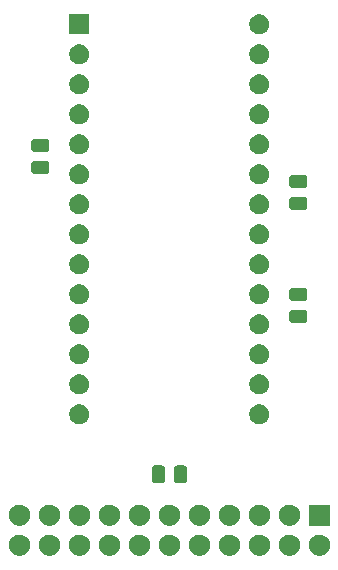
<source format=gbr>
G04 #@! TF.GenerationSoftware,KiCad,Pcbnew,(5.1.5-0-10_14)*
G04 #@! TF.CreationDate,2020-05-05T19:23:22-07:00*
G04 #@! TF.ProjectId,N64 Mask ROM Breakout,4e363420-4d61-4736-9b20-524f4d204272,rev?*
G04 #@! TF.SameCoordinates,Original*
G04 #@! TF.FileFunction,Soldermask,Top*
G04 #@! TF.FilePolarity,Negative*
%FSLAX46Y46*%
G04 Gerber Fmt 4.6, Leading zero omitted, Abs format (unit mm)*
G04 Created by KiCad (PCBNEW (5.1.5-0-10_14)) date 2020-05-05 19:23:22*
%MOMM*%
%LPD*%
G04 APERTURE LIST*
%ADD10C,0.100000*%
G04 APERTURE END LIST*
D10*
G36*
X165213512Y-121943927D02*
G01*
X165362812Y-121973624D01*
X165526784Y-122041544D01*
X165674354Y-122140147D01*
X165799853Y-122265646D01*
X165898456Y-122413216D01*
X165966376Y-122577188D01*
X166001000Y-122751259D01*
X166001000Y-122928741D01*
X165966376Y-123102812D01*
X165898456Y-123266784D01*
X165799853Y-123414354D01*
X165674354Y-123539853D01*
X165526784Y-123638456D01*
X165362812Y-123706376D01*
X165213512Y-123736073D01*
X165188742Y-123741000D01*
X165011258Y-123741000D01*
X164986488Y-123736073D01*
X164837188Y-123706376D01*
X164673216Y-123638456D01*
X164525646Y-123539853D01*
X164400147Y-123414354D01*
X164301544Y-123266784D01*
X164233624Y-123102812D01*
X164199000Y-122928741D01*
X164199000Y-122751259D01*
X164233624Y-122577188D01*
X164301544Y-122413216D01*
X164400147Y-122265646D01*
X164525646Y-122140147D01*
X164673216Y-122041544D01*
X164837188Y-121973624D01*
X164986488Y-121943927D01*
X165011258Y-121939000D01*
X165188742Y-121939000D01*
X165213512Y-121943927D01*
G37*
G36*
X162673512Y-121943927D02*
G01*
X162822812Y-121973624D01*
X162986784Y-122041544D01*
X163134354Y-122140147D01*
X163259853Y-122265646D01*
X163358456Y-122413216D01*
X163426376Y-122577188D01*
X163461000Y-122751259D01*
X163461000Y-122928741D01*
X163426376Y-123102812D01*
X163358456Y-123266784D01*
X163259853Y-123414354D01*
X163134354Y-123539853D01*
X162986784Y-123638456D01*
X162822812Y-123706376D01*
X162673512Y-123736073D01*
X162648742Y-123741000D01*
X162471258Y-123741000D01*
X162446488Y-123736073D01*
X162297188Y-123706376D01*
X162133216Y-123638456D01*
X161985646Y-123539853D01*
X161860147Y-123414354D01*
X161761544Y-123266784D01*
X161693624Y-123102812D01*
X161659000Y-122928741D01*
X161659000Y-122751259D01*
X161693624Y-122577188D01*
X161761544Y-122413216D01*
X161860147Y-122265646D01*
X161985646Y-122140147D01*
X162133216Y-122041544D01*
X162297188Y-121973624D01*
X162446488Y-121943927D01*
X162471258Y-121939000D01*
X162648742Y-121939000D01*
X162673512Y-121943927D01*
G37*
G36*
X160133512Y-121943927D02*
G01*
X160282812Y-121973624D01*
X160446784Y-122041544D01*
X160594354Y-122140147D01*
X160719853Y-122265646D01*
X160818456Y-122413216D01*
X160886376Y-122577188D01*
X160921000Y-122751259D01*
X160921000Y-122928741D01*
X160886376Y-123102812D01*
X160818456Y-123266784D01*
X160719853Y-123414354D01*
X160594354Y-123539853D01*
X160446784Y-123638456D01*
X160282812Y-123706376D01*
X160133512Y-123736073D01*
X160108742Y-123741000D01*
X159931258Y-123741000D01*
X159906488Y-123736073D01*
X159757188Y-123706376D01*
X159593216Y-123638456D01*
X159445646Y-123539853D01*
X159320147Y-123414354D01*
X159221544Y-123266784D01*
X159153624Y-123102812D01*
X159119000Y-122928741D01*
X159119000Y-122751259D01*
X159153624Y-122577188D01*
X159221544Y-122413216D01*
X159320147Y-122265646D01*
X159445646Y-122140147D01*
X159593216Y-122041544D01*
X159757188Y-121973624D01*
X159906488Y-121943927D01*
X159931258Y-121939000D01*
X160108742Y-121939000D01*
X160133512Y-121943927D01*
G37*
G36*
X157593512Y-121943927D02*
G01*
X157742812Y-121973624D01*
X157906784Y-122041544D01*
X158054354Y-122140147D01*
X158179853Y-122265646D01*
X158278456Y-122413216D01*
X158346376Y-122577188D01*
X158381000Y-122751259D01*
X158381000Y-122928741D01*
X158346376Y-123102812D01*
X158278456Y-123266784D01*
X158179853Y-123414354D01*
X158054354Y-123539853D01*
X157906784Y-123638456D01*
X157742812Y-123706376D01*
X157593512Y-123736073D01*
X157568742Y-123741000D01*
X157391258Y-123741000D01*
X157366488Y-123736073D01*
X157217188Y-123706376D01*
X157053216Y-123638456D01*
X156905646Y-123539853D01*
X156780147Y-123414354D01*
X156681544Y-123266784D01*
X156613624Y-123102812D01*
X156579000Y-122928741D01*
X156579000Y-122751259D01*
X156613624Y-122577188D01*
X156681544Y-122413216D01*
X156780147Y-122265646D01*
X156905646Y-122140147D01*
X157053216Y-122041544D01*
X157217188Y-121973624D01*
X157366488Y-121943927D01*
X157391258Y-121939000D01*
X157568742Y-121939000D01*
X157593512Y-121943927D01*
G37*
G36*
X155053512Y-121943927D02*
G01*
X155202812Y-121973624D01*
X155366784Y-122041544D01*
X155514354Y-122140147D01*
X155639853Y-122265646D01*
X155738456Y-122413216D01*
X155806376Y-122577188D01*
X155841000Y-122751259D01*
X155841000Y-122928741D01*
X155806376Y-123102812D01*
X155738456Y-123266784D01*
X155639853Y-123414354D01*
X155514354Y-123539853D01*
X155366784Y-123638456D01*
X155202812Y-123706376D01*
X155053512Y-123736073D01*
X155028742Y-123741000D01*
X154851258Y-123741000D01*
X154826488Y-123736073D01*
X154677188Y-123706376D01*
X154513216Y-123638456D01*
X154365646Y-123539853D01*
X154240147Y-123414354D01*
X154141544Y-123266784D01*
X154073624Y-123102812D01*
X154039000Y-122928741D01*
X154039000Y-122751259D01*
X154073624Y-122577188D01*
X154141544Y-122413216D01*
X154240147Y-122265646D01*
X154365646Y-122140147D01*
X154513216Y-122041544D01*
X154677188Y-121973624D01*
X154826488Y-121943927D01*
X154851258Y-121939000D01*
X155028742Y-121939000D01*
X155053512Y-121943927D01*
G37*
G36*
X152513512Y-121943927D02*
G01*
X152662812Y-121973624D01*
X152826784Y-122041544D01*
X152974354Y-122140147D01*
X153099853Y-122265646D01*
X153198456Y-122413216D01*
X153266376Y-122577188D01*
X153301000Y-122751259D01*
X153301000Y-122928741D01*
X153266376Y-123102812D01*
X153198456Y-123266784D01*
X153099853Y-123414354D01*
X152974354Y-123539853D01*
X152826784Y-123638456D01*
X152662812Y-123706376D01*
X152513512Y-123736073D01*
X152488742Y-123741000D01*
X152311258Y-123741000D01*
X152286488Y-123736073D01*
X152137188Y-123706376D01*
X151973216Y-123638456D01*
X151825646Y-123539853D01*
X151700147Y-123414354D01*
X151601544Y-123266784D01*
X151533624Y-123102812D01*
X151499000Y-122928741D01*
X151499000Y-122751259D01*
X151533624Y-122577188D01*
X151601544Y-122413216D01*
X151700147Y-122265646D01*
X151825646Y-122140147D01*
X151973216Y-122041544D01*
X152137188Y-121973624D01*
X152286488Y-121943927D01*
X152311258Y-121939000D01*
X152488742Y-121939000D01*
X152513512Y-121943927D01*
G37*
G36*
X149973512Y-121943927D02*
G01*
X150122812Y-121973624D01*
X150286784Y-122041544D01*
X150434354Y-122140147D01*
X150559853Y-122265646D01*
X150658456Y-122413216D01*
X150726376Y-122577188D01*
X150761000Y-122751259D01*
X150761000Y-122928741D01*
X150726376Y-123102812D01*
X150658456Y-123266784D01*
X150559853Y-123414354D01*
X150434354Y-123539853D01*
X150286784Y-123638456D01*
X150122812Y-123706376D01*
X149973512Y-123736073D01*
X149948742Y-123741000D01*
X149771258Y-123741000D01*
X149746488Y-123736073D01*
X149597188Y-123706376D01*
X149433216Y-123638456D01*
X149285646Y-123539853D01*
X149160147Y-123414354D01*
X149061544Y-123266784D01*
X148993624Y-123102812D01*
X148959000Y-122928741D01*
X148959000Y-122751259D01*
X148993624Y-122577188D01*
X149061544Y-122413216D01*
X149160147Y-122265646D01*
X149285646Y-122140147D01*
X149433216Y-122041544D01*
X149597188Y-121973624D01*
X149746488Y-121943927D01*
X149771258Y-121939000D01*
X149948742Y-121939000D01*
X149973512Y-121943927D01*
G37*
G36*
X147433512Y-121943927D02*
G01*
X147582812Y-121973624D01*
X147746784Y-122041544D01*
X147894354Y-122140147D01*
X148019853Y-122265646D01*
X148118456Y-122413216D01*
X148186376Y-122577188D01*
X148221000Y-122751259D01*
X148221000Y-122928741D01*
X148186376Y-123102812D01*
X148118456Y-123266784D01*
X148019853Y-123414354D01*
X147894354Y-123539853D01*
X147746784Y-123638456D01*
X147582812Y-123706376D01*
X147433512Y-123736073D01*
X147408742Y-123741000D01*
X147231258Y-123741000D01*
X147206488Y-123736073D01*
X147057188Y-123706376D01*
X146893216Y-123638456D01*
X146745646Y-123539853D01*
X146620147Y-123414354D01*
X146521544Y-123266784D01*
X146453624Y-123102812D01*
X146419000Y-122928741D01*
X146419000Y-122751259D01*
X146453624Y-122577188D01*
X146521544Y-122413216D01*
X146620147Y-122265646D01*
X146745646Y-122140147D01*
X146893216Y-122041544D01*
X147057188Y-121973624D01*
X147206488Y-121943927D01*
X147231258Y-121939000D01*
X147408742Y-121939000D01*
X147433512Y-121943927D01*
G37*
G36*
X144893512Y-121943927D02*
G01*
X145042812Y-121973624D01*
X145206784Y-122041544D01*
X145354354Y-122140147D01*
X145479853Y-122265646D01*
X145578456Y-122413216D01*
X145646376Y-122577188D01*
X145681000Y-122751259D01*
X145681000Y-122928741D01*
X145646376Y-123102812D01*
X145578456Y-123266784D01*
X145479853Y-123414354D01*
X145354354Y-123539853D01*
X145206784Y-123638456D01*
X145042812Y-123706376D01*
X144893512Y-123736073D01*
X144868742Y-123741000D01*
X144691258Y-123741000D01*
X144666488Y-123736073D01*
X144517188Y-123706376D01*
X144353216Y-123638456D01*
X144205646Y-123539853D01*
X144080147Y-123414354D01*
X143981544Y-123266784D01*
X143913624Y-123102812D01*
X143879000Y-122928741D01*
X143879000Y-122751259D01*
X143913624Y-122577188D01*
X143981544Y-122413216D01*
X144080147Y-122265646D01*
X144205646Y-122140147D01*
X144353216Y-122041544D01*
X144517188Y-121973624D01*
X144666488Y-121943927D01*
X144691258Y-121939000D01*
X144868742Y-121939000D01*
X144893512Y-121943927D01*
G37*
G36*
X142353512Y-121943927D02*
G01*
X142502812Y-121973624D01*
X142666784Y-122041544D01*
X142814354Y-122140147D01*
X142939853Y-122265646D01*
X143038456Y-122413216D01*
X143106376Y-122577188D01*
X143141000Y-122751259D01*
X143141000Y-122928741D01*
X143106376Y-123102812D01*
X143038456Y-123266784D01*
X142939853Y-123414354D01*
X142814354Y-123539853D01*
X142666784Y-123638456D01*
X142502812Y-123706376D01*
X142353512Y-123736073D01*
X142328742Y-123741000D01*
X142151258Y-123741000D01*
X142126488Y-123736073D01*
X141977188Y-123706376D01*
X141813216Y-123638456D01*
X141665646Y-123539853D01*
X141540147Y-123414354D01*
X141441544Y-123266784D01*
X141373624Y-123102812D01*
X141339000Y-122928741D01*
X141339000Y-122751259D01*
X141373624Y-122577188D01*
X141441544Y-122413216D01*
X141540147Y-122265646D01*
X141665646Y-122140147D01*
X141813216Y-122041544D01*
X141977188Y-121973624D01*
X142126488Y-121943927D01*
X142151258Y-121939000D01*
X142328742Y-121939000D01*
X142353512Y-121943927D01*
G37*
G36*
X139813512Y-121943927D02*
G01*
X139962812Y-121973624D01*
X140126784Y-122041544D01*
X140274354Y-122140147D01*
X140399853Y-122265646D01*
X140498456Y-122413216D01*
X140566376Y-122577188D01*
X140601000Y-122751259D01*
X140601000Y-122928741D01*
X140566376Y-123102812D01*
X140498456Y-123266784D01*
X140399853Y-123414354D01*
X140274354Y-123539853D01*
X140126784Y-123638456D01*
X139962812Y-123706376D01*
X139813512Y-123736073D01*
X139788742Y-123741000D01*
X139611258Y-123741000D01*
X139586488Y-123736073D01*
X139437188Y-123706376D01*
X139273216Y-123638456D01*
X139125646Y-123539853D01*
X139000147Y-123414354D01*
X138901544Y-123266784D01*
X138833624Y-123102812D01*
X138799000Y-122928741D01*
X138799000Y-122751259D01*
X138833624Y-122577188D01*
X138901544Y-122413216D01*
X139000147Y-122265646D01*
X139125646Y-122140147D01*
X139273216Y-122041544D01*
X139437188Y-121973624D01*
X139586488Y-121943927D01*
X139611258Y-121939000D01*
X139788742Y-121939000D01*
X139813512Y-121943927D01*
G37*
G36*
X152513512Y-119403927D02*
G01*
X152662812Y-119433624D01*
X152826784Y-119501544D01*
X152974354Y-119600147D01*
X153099853Y-119725646D01*
X153198456Y-119873216D01*
X153266376Y-120037188D01*
X153301000Y-120211259D01*
X153301000Y-120388741D01*
X153266376Y-120562812D01*
X153198456Y-120726784D01*
X153099853Y-120874354D01*
X152974354Y-120999853D01*
X152826784Y-121098456D01*
X152662812Y-121166376D01*
X152513512Y-121196073D01*
X152488742Y-121201000D01*
X152311258Y-121201000D01*
X152286488Y-121196073D01*
X152137188Y-121166376D01*
X151973216Y-121098456D01*
X151825646Y-120999853D01*
X151700147Y-120874354D01*
X151601544Y-120726784D01*
X151533624Y-120562812D01*
X151499000Y-120388741D01*
X151499000Y-120211259D01*
X151533624Y-120037188D01*
X151601544Y-119873216D01*
X151700147Y-119725646D01*
X151825646Y-119600147D01*
X151973216Y-119501544D01*
X152137188Y-119433624D01*
X152286488Y-119403927D01*
X152311258Y-119399000D01*
X152488742Y-119399000D01*
X152513512Y-119403927D01*
G37*
G36*
X166001000Y-121201000D02*
G01*
X164199000Y-121201000D01*
X164199000Y-119399000D01*
X166001000Y-119399000D01*
X166001000Y-121201000D01*
G37*
G36*
X162673512Y-119403927D02*
G01*
X162822812Y-119433624D01*
X162986784Y-119501544D01*
X163134354Y-119600147D01*
X163259853Y-119725646D01*
X163358456Y-119873216D01*
X163426376Y-120037188D01*
X163461000Y-120211259D01*
X163461000Y-120388741D01*
X163426376Y-120562812D01*
X163358456Y-120726784D01*
X163259853Y-120874354D01*
X163134354Y-120999853D01*
X162986784Y-121098456D01*
X162822812Y-121166376D01*
X162673512Y-121196073D01*
X162648742Y-121201000D01*
X162471258Y-121201000D01*
X162446488Y-121196073D01*
X162297188Y-121166376D01*
X162133216Y-121098456D01*
X161985646Y-120999853D01*
X161860147Y-120874354D01*
X161761544Y-120726784D01*
X161693624Y-120562812D01*
X161659000Y-120388741D01*
X161659000Y-120211259D01*
X161693624Y-120037188D01*
X161761544Y-119873216D01*
X161860147Y-119725646D01*
X161985646Y-119600147D01*
X162133216Y-119501544D01*
X162297188Y-119433624D01*
X162446488Y-119403927D01*
X162471258Y-119399000D01*
X162648742Y-119399000D01*
X162673512Y-119403927D01*
G37*
G36*
X160133512Y-119403927D02*
G01*
X160282812Y-119433624D01*
X160446784Y-119501544D01*
X160594354Y-119600147D01*
X160719853Y-119725646D01*
X160818456Y-119873216D01*
X160886376Y-120037188D01*
X160921000Y-120211259D01*
X160921000Y-120388741D01*
X160886376Y-120562812D01*
X160818456Y-120726784D01*
X160719853Y-120874354D01*
X160594354Y-120999853D01*
X160446784Y-121098456D01*
X160282812Y-121166376D01*
X160133512Y-121196073D01*
X160108742Y-121201000D01*
X159931258Y-121201000D01*
X159906488Y-121196073D01*
X159757188Y-121166376D01*
X159593216Y-121098456D01*
X159445646Y-120999853D01*
X159320147Y-120874354D01*
X159221544Y-120726784D01*
X159153624Y-120562812D01*
X159119000Y-120388741D01*
X159119000Y-120211259D01*
X159153624Y-120037188D01*
X159221544Y-119873216D01*
X159320147Y-119725646D01*
X159445646Y-119600147D01*
X159593216Y-119501544D01*
X159757188Y-119433624D01*
X159906488Y-119403927D01*
X159931258Y-119399000D01*
X160108742Y-119399000D01*
X160133512Y-119403927D01*
G37*
G36*
X157593512Y-119403927D02*
G01*
X157742812Y-119433624D01*
X157906784Y-119501544D01*
X158054354Y-119600147D01*
X158179853Y-119725646D01*
X158278456Y-119873216D01*
X158346376Y-120037188D01*
X158381000Y-120211259D01*
X158381000Y-120388741D01*
X158346376Y-120562812D01*
X158278456Y-120726784D01*
X158179853Y-120874354D01*
X158054354Y-120999853D01*
X157906784Y-121098456D01*
X157742812Y-121166376D01*
X157593512Y-121196073D01*
X157568742Y-121201000D01*
X157391258Y-121201000D01*
X157366488Y-121196073D01*
X157217188Y-121166376D01*
X157053216Y-121098456D01*
X156905646Y-120999853D01*
X156780147Y-120874354D01*
X156681544Y-120726784D01*
X156613624Y-120562812D01*
X156579000Y-120388741D01*
X156579000Y-120211259D01*
X156613624Y-120037188D01*
X156681544Y-119873216D01*
X156780147Y-119725646D01*
X156905646Y-119600147D01*
X157053216Y-119501544D01*
X157217188Y-119433624D01*
X157366488Y-119403927D01*
X157391258Y-119399000D01*
X157568742Y-119399000D01*
X157593512Y-119403927D01*
G37*
G36*
X155053512Y-119403927D02*
G01*
X155202812Y-119433624D01*
X155366784Y-119501544D01*
X155514354Y-119600147D01*
X155639853Y-119725646D01*
X155738456Y-119873216D01*
X155806376Y-120037188D01*
X155841000Y-120211259D01*
X155841000Y-120388741D01*
X155806376Y-120562812D01*
X155738456Y-120726784D01*
X155639853Y-120874354D01*
X155514354Y-120999853D01*
X155366784Y-121098456D01*
X155202812Y-121166376D01*
X155053512Y-121196073D01*
X155028742Y-121201000D01*
X154851258Y-121201000D01*
X154826488Y-121196073D01*
X154677188Y-121166376D01*
X154513216Y-121098456D01*
X154365646Y-120999853D01*
X154240147Y-120874354D01*
X154141544Y-120726784D01*
X154073624Y-120562812D01*
X154039000Y-120388741D01*
X154039000Y-120211259D01*
X154073624Y-120037188D01*
X154141544Y-119873216D01*
X154240147Y-119725646D01*
X154365646Y-119600147D01*
X154513216Y-119501544D01*
X154677188Y-119433624D01*
X154826488Y-119403927D01*
X154851258Y-119399000D01*
X155028742Y-119399000D01*
X155053512Y-119403927D01*
G37*
G36*
X149973512Y-119403927D02*
G01*
X150122812Y-119433624D01*
X150286784Y-119501544D01*
X150434354Y-119600147D01*
X150559853Y-119725646D01*
X150658456Y-119873216D01*
X150726376Y-120037188D01*
X150761000Y-120211259D01*
X150761000Y-120388741D01*
X150726376Y-120562812D01*
X150658456Y-120726784D01*
X150559853Y-120874354D01*
X150434354Y-120999853D01*
X150286784Y-121098456D01*
X150122812Y-121166376D01*
X149973512Y-121196073D01*
X149948742Y-121201000D01*
X149771258Y-121201000D01*
X149746488Y-121196073D01*
X149597188Y-121166376D01*
X149433216Y-121098456D01*
X149285646Y-120999853D01*
X149160147Y-120874354D01*
X149061544Y-120726784D01*
X148993624Y-120562812D01*
X148959000Y-120388741D01*
X148959000Y-120211259D01*
X148993624Y-120037188D01*
X149061544Y-119873216D01*
X149160147Y-119725646D01*
X149285646Y-119600147D01*
X149433216Y-119501544D01*
X149597188Y-119433624D01*
X149746488Y-119403927D01*
X149771258Y-119399000D01*
X149948742Y-119399000D01*
X149973512Y-119403927D01*
G37*
G36*
X147433512Y-119403927D02*
G01*
X147582812Y-119433624D01*
X147746784Y-119501544D01*
X147894354Y-119600147D01*
X148019853Y-119725646D01*
X148118456Y-119873216D01*
X148186376Y-120037188D01*
X148221000Y-120211259D01*
X148221000Y-120388741D01*
X148186376Y-120562812D01*
X148118456Y-120726784D01*
X148019853Y-120874354D01*
X147894354Y-120999853D01*
X147746784Y-121098456D01*
X147582812Y-121166376D01*
X147433512Y-121196073D01*
X147408742Y-121201000D01*
X147231258Y-121201000D01*
X147206488Y-121196073D01*
X147057188Y-121166376D01*
X146893216Y-121098456D01*
X146745646Y-120999853D01*
X146620147Y-120874354D01*
X146521544Y-120726784D01*
X146453624Y-120562812D01*
X146419000Y-120388741D01*
X146419000Y-120211259D01*
X146453624Y-120037188D01*
X146521544Y-119873216D01*
X146620147Y-119725646D01*
X146745646Y-119600147D01*
X146893216Y-119501544D01*
X147057188Y-119433624D01*
X147206488Y-119403927D01*
X147231258Y-119399000D01*
X147408742Y-119399000D01*
X147433512Y-119403927D01*
G37*
G36*
X144893512Y-119403927D02*
G01*
X145042812Y-119433624D01*
X145206784Y-119501544D01*
X145354354Y-119600147D01*
X145479853Y-119725646D01*
X145578456Y-119873216D01*
X145646376Y-120037188D01*
X145681000Y-120211259D01*
X145681000Y-120388741D01*
X145646376Y-120562812D01*
X145578456Y-120726784D01*
X145479853Y-120874354D01*
X145354354Y-120999853D01*
X145206784Y-121098456D01*
X145042812Y-121166376D01*
X144893512Y-121196073D01*
X144868742Y-121201000D01*
X144691258Y-121201000D01*
X144666488Y-121196073D01*
X144517188Y-121166376D01*
X144353216Y-121098456D01*
X144205646Y-120999853D01*
X144080147Y-120874354D01*
X143981544Y-120726784D01*
X143913624Y-120562812D01*
X143879000Y-120388741D01*
X143879000Y-120211259D01*
X143913624Y-120037188D01*
X143981544Y-119873216D01*
X144080147Y-119725646D01*
X144205646Y-119600147D01*
X144353216Y-119501544D01*
X144517188Y-119433624D01*
X144666488Y-119403927D01*
X144691258Y-119399000D01*
X144868742Y-119399000D01*
X144893512Y-119403927D01*
G37*
G36*
X142353512Y-119403927D02*
G01*
X142502812Y-119433624D01*
X142666784Y-119501544D01*
X142814354Y-119600147D01*
X142939853Y-119725646D01*
X143038456Y-119873216D01*
X143106376Y-120037188D01*
X143141000Y-120211259D01*
X143141000Y-120388741D01*
X143106376Y-120562812D01*
X143038456Y-120726784D01*
X142939853Y-120874354D01*
X142814354Y-120999853D01*
X142666784Y-121098456D01*
X142502812Y-121166376D01*
X142353512Y-121196073D01*
X142328742Y-121201000D01*
X142151258Y-121201000D01*
X142126488Y-121196073D01*
X141977188Y-121166376D01*
X141813216Y-121098456D01*
X141665646Y-120999853D01*
X141540147Y-120874354D01*
X141441544Y-120726784D01*
X141373624Y-120562812D01*
X141339000Y-120388741D01*
X141339000Y-120211259D01*
X141373624Y-120037188D01*
X141441544Y-119873216D01*
X141540147Y-119725646D01*
X141665646Y-119600147D01*
X141813216Y-119501544D01*
X141977188Y-119433624D01*
X142126488Y-119403927D01*
X142151258Y-119399000D01*
X142328742Y-119399000D01*
X142353512Y-119403927D01*
G37*
G36*
X139813512Y-119403927D02*
G01*
X139962812Y-119433624D01*
X140126784Y-119501544D01*
X140274354Y-119600147D01*
X140399853Y-119725646D01*
X140498456Y-119873216D01*
X140566376Y-120037188D01*
X140601000Y-120211259D01*
X140601000Y-120388741D01*
X140566376Y-120562812D01*
X140498456Y-120726784D01*
X140399853Y-120874354D01*
X140274354Y-120999853D01*
X140126784Y-121098456D01*
X139962812Y-121166376D01*
X139813512Y-121196073D01*
X139788742Y-121201000D01*
X139611258Y-121201000D01*
X139586488Y-121196073D01*
X139437188Y-121166376D01*
X139273216Y-121098456D01*
X139125646Y-120999853D01*
X139000147Y-120874354D01*
X138901544Y-120726784D01*
X138833624Y-120562812D01*
X138799000Y-120388741D01*
X138799000Y-120211259D01*
X138833624Y-120037188D01*
X138901544Y-119873216D01*
X139000147Y-119725646D01*
X139125646Y-119600147D01*
X139273216Y-119501544D01*
X139437188Y-119433624D01*
X139586488Y-119403927D01*
X139611258Y-119399000D01*
X139788742Y-119399000D01*
X139813512Y-119403927D01*
G37*
G36*
X153709468Y-116093565D02*
G01*
X153748138Y-116105296D01*
X153783777Y-116124346D01*
X153815017Y-116149983D01*
X153840654Y-116181223D01*
X153859704Y-116216862D01*
X153871435Y-116255532D01*
X153876000Y-116301888D01*
X153876000Y-117378112D01*
X153871435Y-117424468D01*
X153859704Y-117463138D01*
X153840654Y-117498777D01*
X153815017Y-117530017D01*
X153783777Y-117555654D01*
X153748138Y-117574704D01*
X153709468Y-117586435D01*
X153663112Y-117591000D01*
X153011888Y-117591000D01*
X152965532Y-117586435D01*
X152926862Y-117574704D01*
X152891223Y-117555654D01*
X152859983Y-117530017D01*
X152834346Y-117498777D01*
X152815296Y-117463138D01*
X152803565Y-117424468D01*
X152799000Y-117378112D01*
X152799000Y-116301888D01*
X152803565Y-116255532D01*
X152815296Y-116216862D01*
X152834346Y-116181223D01*
X152859983Y-116149983D01*
X152891223Y-116124346D01*
X152926862Y-116105296D01*
X152965532Y-116093565D01*
X153011888Y-116089000D01*
X153663112Y-116089000D01*
X153709468Y-116093565D01*
G37*
G36*
X151834468Y-116093565D02*
G01*
X151873138Y-116105296D01*
X151908777Y-116124346D01*
X151940017Y-116149983D01*
X151965654Y-116181223D01*
X151984704Y-116216862D01*
X151996435Y-116255532D01*
X152001000Y-116301888D01*
X152001000Y-117378112D01*
X151996435Y-117424468D01*
X151984704Y-117463138D01*
X151965654Y-117498777D01*
X151940017Y-117530017D01*
X151908777Y-117555654D01*
X151873138Y-117574704D01*
X151834468Y-117586435D01*
X151788112Y-117591000D01*
X151136888Y-117591000D01*
X151090532Y-117586435D01*
X151051862Y-117574704D01*
X151016223Y-117555654D01*
X150984983Y-117530017D01*
X150959346Y-117498777D01*
X150940296Y-117463138D01*
X150928565Y-117424468D01*
X150924000Y-117378112D01*
X150924000Y-116301888D01*
X150928565Y-116255532D01*
X150940296Y-116216862D01*
X150959346Y-116181223D01*
X150984983Y-116149983D01*
X151016223Y-116124346D01*
X151051862Y-116105296D01*
X151090532Y-116093565D01*
X151136888Y-116089000D01*
X151788112Y-116089000D01*
X151834468Y-116093565D01*
G37*
G36*
X145028228Y-110941703D02*
G01*
X145183100Y-111005853D01*
X145322481Y-111098985D01*
X145441015Y-111217519D01*
X145534147Y-111356900D01*
X145598297Y-111511772D01*
X145631000Y-111676184D01*
X145631000Y-111843816D01*
X145598297Y-112008228D01*
X145534147Y-112163100D01*
X145441015Y-112302481D01*
X145322481Y-112421015D01*
X145183100Y-112514147D01*
X145028228Y-112578297D01*
X144863816Y-112611000D01*
X144696184Y-112611000D01*
X144531772Y-112578297D01*
X144376900Y-112514147D01*
X144237519Y-112421015D01*
X144118985Y-112302481D01*
X144025853Y-112163100D01*
X143961703Y-112008228D01*
X143929000Y-111843816D01*
X143929000Y-111676184D01*
X143961703Y-111511772D01*
X144025853Y-111356900D01*
X144118985Y-111217519D01*
X144237519Y-111098985D01*
X144376900Y-111005853D01*
X144531772Y-110941703D01*
X144696184Y-110909000D01*
X144863816Y-110909000D01*
X145028228Y-110941703D01*
G37*
G36*
X160268228Y-110941703D02*
G01*
X160423100Y-111005853D01*
X160562481Y-111098985D01*
X160681015Y-111217519D01*
X160774147Y-111356900D01*
X160838297Y-111511772D01*
X160871000Y-111676184D01*
X160871000Y-111843816D01*
X160838297Y-112008228D01*
X160774147Y-112163100D01*
X160681015Y-112302481D01*
X160562481Y-112421015D01*
X160423100Y-112514147D01*
X160268228Y-112578297D01*
X160103816Y-112611000D01*
X159936184Y-112611000D01*
X159771772Y-112578297D01*
X159616900Y-112514147D01*
X159477519Y-112421015D01*
X159358985Y-112302481D01*
X159265853Y-112163100D01*
X159201703Y-112008228D01*
X159169000Y-111843816D01*
X159169000Y-111676184D01*
X159201703Y-111511772D01*
X159265853Y-111356900D01*
X159358985Y-111217519D01*
X159477519Y-111098985D01*
X159616900Y-111005853D01*
X159771772Y-110941703D01*
X159936184Y-110909000D01*
X160103816Y-110909000D01*
X160268228Y-110941703D01*
G37*
G36*
X145028228Y-108401703D02*
G01*
X145183100Y-108465853D01*
X145322481Y-108558985D01*
X145441015Y-108677519D01*
X145534147Y-108816900D01*
X145598297Y-108971772D01*
X145631000Y-109136184D01*
X145631000Y-109303816D01*
X145598297Y-109468228D01*
X145534147Y-109623100D01*
X145441015Y-109762481D01*
X145322481Y-109881015D01*
X145183100Y-109974147D01*
X145028228Y-110038297D01*
X144863816Y-110071000D01*
X144696184Y-110071000D01*
X144531772Y-110038297D01*
X144376900Y-109974147D01*
X144237519Y-109881015D01*
X144118985Y-109762481D01*
X144025853Y-109623100D01*
X143961703Y-109468228D01*
X143929000Y-109303816D01*
X143929000Y-109136184D01*
X143961703Y-108971772D01*
X144025853Y-108816900D01*
X144118985Y-108677519D01*
X144237519Y-108558985D01*
X144376900Y-108465853D01*
X144531772Y-108401703D01*
X144696184Y-108369000D01*
X144863816Y-108369000D01*
X145028228Y-108401703D01*
G37*
G36*
X160268228Y-108401703D02*
G01*
X160423100Y-108465853D01*
X160562481Y-108558985D01*
X160681015Y-108677519D01*
X160774147Y-108816900D01*
X160838297Y-108971772D01*
X160871000Y-109136184D01*
X160871000Y-109303816D01*
X160838297Y-109468228D01*
X160774147Y-109623100D01*
X160681015Y-109762481D01*
X160562481Y-109881015D01*
X160423100Y-109974147D01*
X160268228Y-110038297D01*
X160103816Y-110071000D01*
X159936184Y-110071000D01*
X159771772Y-110038297D01*
X159616900Y-109974147D01*
X159477519Y-109881015D01*
X159358985Y-109762481D01*
X159265853Y-109623100D01*
X159201703Y-109468228D01*
X159169000Y-109303816D01*
X159169000Y-109136184D01*
X159201703Y-108971772D01*
X159265853Y-108816900D01*
X159358985Y-108677519D01*
X159477519Y-108558985D01*
X159616900Y-108465853D01*
X159771772Y-108401703D01*
X159936184Y-108369000D01*
X160103816Y-108369000D01*
X160268228Y-108401703D01*
G37*
G36*
X145028228Y-105861703D02*
G01*
X145183100Y-105925853D01*
X145322481Y-106018985D01*
X145441015Y-106137519D01*
X145534147Y-106276900D01*
X145598297Y-106431772D01*
X145631000Y-106596184D01*
X145631000Y-106763816D01*
X145598297Y-106928228D01*
X145534147Y-107083100D01*
X145441015Y-107222481D01*
X145322481Y-107341015D01*
X145183100Y-107434147D01*
X145028228Y-107498297D01*
X144863816Y-107531000D01*
X144696184Y-107531000D01*
X144531772Y-107498297D01*
X144376900Y-107434147D01*
X144237519Y-107341015D01*
X144118985Y-107222481D01*
X144025853Y-107083100D01*
X143961703Y-106928228D01*
X143929000Y-106763816D01*
X143929000Y-106596184D01*
X143961703Y-106431772D01*
X144025853Y-106276900D01*
X144118985Y-106137519D01*
X144237519Y-106018985D01*
X144376900Y-105925853D01*
X144531772Y-105861703D01*
X144696184Y-105829000D01*
X144863816Y-105829000D01*
X145028228Y-105861703D01*
G37*
G36*
X160268228Y-105861703D02*
G01*
X160423100Y-105925853D01*
X160562481Y-106018985D01*
X160681015Y-106137519D01*
X160774147Y-106276900D01*
X160838297Y-106431772D01*
X160871000Y-106596184D01*
X160871000Y-106763816D01*
X160838297Y-106928228D01*
X160774147Y-107083100D01*
X160681015Y-107222481D01*
X160562481Y-107341015D01*
X160423100Y-107434147D01*
X160268228Y-107498297D01*
X160103816Y-107531000D01*
X159936184Y-107531000D01*
X159771772Y-107498297D01*
X159616900Y-107434147D01*
X159477519Y-107341015D01*
X159358985Y-107222481D01*
X159265853Y-107083100D01*
X159201703Y-106928228D01*
X159169000Y-106763816D01*
X159169000Y-106596184D01*
X159201703Y-106431772D01*
X159265853Y-106276900D01*
X159358985Y-106137519D01*
X159477519Y-106018985D01*
X159616900Y-105925853D01*
X159771772Y-105861703D01*
X159936184Y-105829000D01*
X160103816Y-105829000D01*
X160268228Y-105861703D01*
G37*
G36*
X145028228Y-103321703D02*
G01*
X145183100Y-103385853D01*
X145322481Y-103478985D01*
X145441015Y-103597519D01*
X145534147Y-103736900D01*
X145598297Y-103891772D01*
X145631000Y-104056184D01*
X145631000Y-104223816D01*
X145598297Y-104388228D01*
X145534147Y-104543100D01*
X145441015Y-104682481D01*
X145322481Y-104801015D01*
X145183100Y-104894147D01*
X145028228Y-104958297D01*
X144863816Y-104991000D01*
X144696184Y-104991000D01*
X144531772Y-104958297D01*
X144376900Y-104894147D01*
X144237519Y-104801015D01*
X144118985Y-104682481D01*
X144025853Y-104543100D01*
X143961703Y-104388228D01*
X143929000Y-104223816D01*
X143929000Y-104056184D01*
X143961703Y-103891772D01*
X144025853Y-103736900D01*
X144118985Y-103597519D01*
X144237519Y-103478985D01*
X144376900Y-103385853D01*
X144531772Y-103321703D01*
X144696184Y-103289000D01*
X144863816Y-103289000D01*
X145028228Y-103321703D01*
G37*
G36*
X160268228Y-103321703D02*
G01*
X160423100Y-103385853D01*
X160562481Y-103478985D01*
X160681015Y-103597519D01*
X160774147Y-103736900D01*
X160838297Y-103891772D01*
X160871000Y-104056184D01*
X160871000Y-104223816D01*
X160838297Y-104388228D01*
X160774147Y-104543100D01*
X160681015Y-104682481D01*
X160562481Y-104801015D01*
X160423100Y-104894147D01*
X160268228Y-104958297D01*
X160103816Y-104991000D01*
X159936184Y-104991000D01*
X159771772Y-104958297D01*
X159616900Y-104894147D01*
X159477519Y-104801015D01*
X159358985Y-104682481D01*
X159265853Y-104543100D01*
X159201703Y-104388228D01*
X159169000Y-104223816D01*
X159169000Y-104056184D01*
X159201703Y-103891772D01*
X159265853Y-103736900D01*
X159358985Y-103597519D01*
X159477519Y-103478985D01*
X159616900Y-103385853D01*
X159771772Y-103321703D01*
X159936184Y-103289000D01*
X160103816Y-103289000D01*
X160268228Y-103321703D01*
G37*
G36*
X163906468Y-102941065D02*
G01*
X163945138Y-102952796D01*
X163980777Y-102971846D01*
X164012017Y-102997483D01*
X164037654Y-103028723D01*
X164056704Y-103064362D01*
X164068435Y-103103032D01*
X164073000Y-103149388D01*
X164073000Y-103800612D01*
X164068435Y-103846968D01*
X164056704Y-103885638D01*
X164037654Y-103921277D01*
X164012017Y-103952517D01*
X163980777Y-103978154D01*
X163945138Y-103997204D01*
X163906468Y-104008935D01*
X163860112Y-104013500D01*
X162783888Y-104013500D01*
X162737532Y-104008935D01*
X162698862Y-103997204D01*
X162663223Y-103978154D01*
X162631983Y-103952517D01*
X162606346Y-103921277D01*
X162587296Y-103885638D01*
X162575565Y-103846968D01*
X162571000Y-103800612D01*
X162571000Y-103149388D01*
X162575565Y-103103032D01*
X162587296Y-103064362D01*
X162606346Y-103028723D01*
X162631983Y-102997483D01*
X162663223Y-102971846D01*
X162698862Y-102952796D01*
X162737532Y-102941065D01*
X162783888Y-102936500D01*
X163860112Y-102936500D01*
X163906468Y-102941065D01*
G37*
G36*
X145028228Y-100781703D02*
G01*
X145183100Y-100845853D01*
X145322481Y-100938985D01*
X145441015Y-101057519D01*
X145534147Y-101196900D01*
X145598297Y-101351772D01*
X145631000Y-101516184D01*
X145631000Y-101683816D01*
X145598297Y-101848228D01*
X145534147Y-102003100D01*
X145441015Y-102142481D01*
X145322481Y-102261015D01*
X145183100Y-102354147D01*
X145028228Y-102418297D01*
X144863816Y-102451000D01*
X144696184Y-102451000D01*
X144531772Y-102418297D01*
X144376900Y-102354147D01*
X144237519Y-102261015D01*
X144118985Y-102142481D01*
X144025853Y-102003100D01*
X143961703Y-101848228D01*
X143929000Y-101683816D01*
X143929000Y-101516184D01*
X143961703Y-101351772D01*
X144025853Y-101196900D01*
X144118985Y-101057519D01*
X144237519Y-100938985D01*
X144376900Y-100845853D01*
X144531772Y-100781703D01*
X144696184Y-100749000D01*
X144863816Y-100749000D01*
X145028228Y-100781703D01*
G37*
G36*
X160268228Y-100781703D02*
G01*
X160423100Y-100845853D01*
X160562481Y-100938985D01*
X160681015Y-101057519D01*
X160774147Y-101196900D01*
X160838297Y-101351772D01*
X160871000Y-101516184D01*
X160871000Y-101683816D01*
X160838297Y-101848228D01*
X160774147Y-102003100D01*
X160681015Y-102142481D01*
X160562481Y-102261015D01*
X160423100Y-102354147D01*
X160268228Y-102418297D01*
X160103816Y-102451000D01*
X159936184Y-102451000D01*
X159771772Y-102418297D01*
X159616900Y-102354147D01*
X159477519Y-102261015D01*
X159358985Y-102142481D01*
X159265853Y-102003100D01*
X159201703Y-101848228D01*
X159169000Y-101683816D01*
X159169000Y-101516184D01*
X159201703Y-101351772D01*
X159265853Y-101196900D01*
X159358985Y-101057519D01*
X159477519Y-100938985D01*
X159616900Y-100845853D01*
X159771772Y-100781703D01*
X159936184Y-100749000D01*
X160103816Y-100749000D01*
X160268228Y-100781703D01*
G37*
G36*
X163906468Y-101066065D02*
G01*
X163945138Y-101077796D01*
X163980777Y-101096846D01*
X164012017Y-101122483D01*
X164037654Y-101153723D01*
X164056704Y-101189362D01*
X164068435Y-101228032D01*
X164073000Y-101274388D01*
X164073000Y-101925612D01*
X164068435Y-101971968D01*
X164056704Y-102010638D01*
X164037654Y-102046277D01*
X164012017Y-102077517D01*
X163980777Y-102103154D01*
X163945138Y-102122204D01*
X163906468Y-102133935D01*
X163860112Y-102138500D01*
X162783888Y-102138500D01*
X162737532Y-102133935D01*
X162698862Y-102122204D01*
X162663223Y-102103154D01*
X162631983Y-102077517D01*
X162606346Y-102046277D01*
X162587296Y-102010638D01*
X162575565Y-101971968D01*
X162571000Y-101925612D01*
X162571000Y-101274388D01*
X162575565Y-101228032D01*
X162587296Y-101189362D01*
X162606346Y-101153723D01*
X162631983Y-101122483D01*
X162663223Y-101096846D01*
X162698862Y-101077796D01*
X162737532Y-101066065D01*
X162783888Y-101061500D01*
X163860112Y-101061500D01*
X163906468Y-101066065D01*
G37*
G36*
X145028228Y-98241703D02*
G01*
X145183100Y-98305853D01*
X145322481Y-98398985D01*
X145441015Y-98517519D01*
X145534147Y-98656900D01*
X145598297Y-98811772D01*
X145631000Y-98976184D01*
X145631000Y-99143816D01*
X145598297Y-99308228D01*
X145534147Y-99463100D01*
X145441015Y-99602481D01*
X145322481Y-99721015D01*
X145183100Y-99814147D01*
X145028228Y-99878297D01*
X144863816Y-99911000D01*
X144696184Y-99911000D01*
X144531772Y-99878297D01*
X144376900Y-99814147D01*
X144237519Y-99721015D01*
X144118985Y-99602481D01*
X144025853Y-99463100D01*
X143961703Y-99308228D01*
X143929000Y-99143816D01*
X143929000Y-98976184D01*
X143961703Y-98811772D01*
X144025853Y-98656900D01*
X144118985Y-98517519D01*
X144237519Y-98398985D01*
X144376900Y-98305853D01*
X144531772Y-98241703D01*
X144696184Y-98209000D01*
X144863816Y-98209000D01*
X145028228Y-98241703D01*
G37*
G36*
X160268228Y-98241703D02*
G01*
X160423100Y-98305853D01*
X160562481Y-98398985D01*
X160681015Y-98517519D01*
X160774147Y-98656900D01*
X160838297Y-98811772D01*
X160871000Y-98976184D01*
X160871000Y-99143816D01*
X160838297Y-99308228D01*
X160774147Y-99463100D01*
X160681015Y-99602481D01*
X160562481Y-99721015D01*
X160423100Y-99814147D01*
X160268228Y-99878297D01*
X160103816Y-99911000D01*
X159936184Y-99911000D01*
X159771772Y-99878297D01*
X159616900Y-99814147D01*
X159477519Y-99721015D01*
X159358985Y-99602481D01*
X159265853Y-99463100D01*
X159201703Y-99308228D01*
X159169000Y-99143816D01*
X159169000Y-98976184D01*
X159201703Y-98811772D01*
X159265853Y-98656900D01*
X159358985Y-98517519D01*
X159477519Y-98398985D01*
X159616900Y-98305853D01*
X159771772Y-98241703D01*
X159936184Y-98209000D01*
X160103816Y-98209000D01*
X160268228Y-98241703D01*
G37*
G36*
X145028228Y-95701703D02*
G01*
X145183100Y-95765853D01*
X145322481Y-95858985D01*
X145441015Y-95977519D01*
X145534147Y-96116900D01*
X145598297Y-96271772D01*
X145631000Y-96436184D01*
X145631000Y-96603816D01*
X145598297Y-96768228D01*
X145534147Y-96923100D01*
X145441015Y-97062481D01*
X145322481Y-97181015D01*
X145183100Y-97274147D01*
X145028228Y-97338297D01*
X144863816Y-97371000D01*
X144696184Y-97371000D01*
X144531772Y-97338297D01*
X144376900Y-97274147D01*
X144237519Y-97181015D01*
X144118985Y-97062481D01*
X144025853Y-96923100D01*
X143961703Y-96768228D01*
X143929000Y-96603816D01*
X143929000Y-96436184D01*
X143961703Y-96271772D01*
X144025853Y-96116900D01*
X144118985Y-95977519D01*
X144237519Y-95858985D01*
X144376900Y-95765853D01*
X144531772Y-95701703D01*
X144696184Y-95669000D01*
X144863816Y-95669000D01*
X145028228Y-95701703D01*
G37*
G36*
X160268228Y-95701703D02*
G01*
X160423100Y-95765853D01*
X160562481Y-95858985D01*
X160681015Y-95977519D01*
X160774147Y-96116900D01*
X160838297Y-96271772D01*
X160871000Y-96436184D01*
X160871000Y-96603816D01*
X160838297Y-96768228D01*
X160774147Y-96923100D01*
X160681015Y-97062481D01*
X160562481Y-97181015D01*
X160423100Y-97274147D01*
X160268228Y-97338297D01*
X160103816Y-97371000D01*
X159936184Y-97371000D01*
X159771772Y-97338297D01*
X159616900Y-97274147D01*
X159477519Y-97181015D01*
X159358985Y-97062481D01*
X159265853Y-96923100D01*
X159201703Y-96768228D01*
X159169000Y-96603816D01*
X159169000Y-96436184D01*
X159201703Y-96271772D01*
X159265853Y-96116900D01*
X159358985Y-95977519D01*
X159477519Y-95858985D01*
X159616900Y-95765853D01*
X159771772Y-95701703D01*
X159936184Y-95669000D01*
X160103816Y-95669000D01*
X160268228Y-95701703D01*
G37*
G36*
X160268228Y-93161703D02*
G01*
X160423100Y-93225853D01*
X160562481Y-93318985D01*
X160681015Y-93437519D01*
X160774147Y-93576900D01*
X160838297Y-93731772D01*
X160871000Y-93896184D01*
X160871000Y-94063816D01*
X160838297Y-94228228D01*
X160774147Y-94383100D01*
X160681015Y-94522481D01*
X160562481Y-94641015D01*
X160423100Y-94734147D01*
X160268228Y-94798297D01*
X160103816Y-94831000D01*
X159936184Y-94831000D01*
X159771772Y-94798297D01*
X159616900Y-94734147D01*
X159477519Y-94641015D01*
X159358985Y-94522481D01*
X159265853Y-94383100D01*
X159201703Y-94228228D01*
X159169000Y-94063816D01*
X159169000Y-93896184D01*
X159201703Y-93731772D01*
X159265853Y-93576900D01*
X159358985Y-93437519D01*
X159477519Y-93318985D01*
X159616900Y-93225853D01*
X159771772Y-93161703D01*
X159936184Y-93129000D01*
X160103816Y-93129000D01*
X160268228Y-93161703D01*
G37*
G36*
X145028228Y-93161703D02*
G01*
X145183100Y-93225853D01*
X145322481Y-93318985D01*
X145441015Y-93437519D01*
X145534147Y-93576900D01*
X145598297Y-93731772D01*
X145631000Y-93896184D01*
X145631000Y-94063816D01*
X145598297Y-94228228D01*
X145534147Y-94383100D01*
X145441015Y-94522481D01*
X145322481Y-94641015D01*
X145183100Y-94734147D01*
X145028228Y-94798297D01*
X144863816Y-94831000D01*
X144696184Y-94831000D01*
X144531772Y-94798297D01*
X144376900Y-94734147D01*
X144237519Y-94641015D01*
X144118985Y-94522481D01*
X144025853Y-94383100D01*
X143961703Y-94228228D01*
X143929000Y-94063816D01*
X143929000Y-93896184D01*
X143961703Y-93731772D01*
X144025853Y-93576900D01*
X144118985Y-93437519D01*
X144237519Y-93318985D01*
X144376900Y-93225853D01*
X144531772Y-93161703D01*
X144696184Y-93129000D01*
X144863816Y-93129000D01*
X145028228Y-93161703D01*
G37*
G36*
X163906468Y-93367565D02*
G01*
X163945138Y-93379296D01*
X163980777Y-93398346D01*
X164012017Y-93423983D01*
X164037654Y-93455223D01*
X164056704Y-93490862D01*
X164068435Y-93529532D01*
X164073000Y-93575888D01*
X164073000Y-94227112D01*
X164068435Y-94273468D01*
X164056704Y-94312138D01*
X164037654Y-94347777D01*
X164012017Y-94379017D01*
X163980777Y-94404654D01*
X163945138Y-94423704D01*
X163906468Y-94435435D01*
X163860112Y-94440000D01*
X162783888Y-94440000D01*
X162737532Y-94435435D01*
X162698862Y-94423704D01*
X162663223Y-94404654D01*
X162631983Y-94379017D01*
X162606346Y-94347777D01*
X162587296Y-94312138D01*
X162575565Y-94273468D01*
X162571000Y-94227112D01*
X162571000Y-93575888D01*
X162575565Y-93529532D01*
X162587296Y-93490862D01*
X162606346Y-93455223D01*
X162631983Y-93423983D01*
X162663223Y-93398346D01*
X162698862Y-93379296D01*
X162737532Y-93367565D01*
X162783888Y-93363000D01*
X163860112Y-93363000D01*
X163906468Y-93367565D01*
G37*
G36*
X163906468Y-91492565D02*
G01*
X163945138Y-91504296D01*
X163980777Y-91523346D01*
X164012017Y-91548983D01*
X164037654Y-91580223D01*
X164056704Y-91615862D01*
X164068435Y-91654532D01*
X164073000Y-91700888D01*
X164073000Y-92352112D01*
X164068435Y-92398468D01*
X164056704Y-92437138D01*
X164037654Y-92472777D01*
X164012017Y-92504017D01*
X163980777Y-92529654D01*
X163945138Y-92548704D01*
X163906468Y-92560435D01*
X163860112Y-92565000D01*
X162783888Y-92565000D01*
X162737532Y-92560435D01*
X162698862Y-92548704D01*
X162663223Y-92529654D01*
X162631983Y-92504017D01*
X162606346Y-92472777D01*
X162587296Y-92437138D01*
X162575565Y-92398468D01*
X162571000Y-92352112D01*
X162571000Y-91700888D01*
X162575565Y-91654532D01*
X162587296Y-91615862D01*
X162606346Y-91580223D01*
X162631983Y-91548983D01*
X162663223Y-91523346D01*
X162698862Y-91504296D01*
X162737532Y-91492565D01*
X162783888Y-91488000D01*
X163860112Y-91488000D01*
X163906468Y-91492565D01*
G37*
G36*
X145028228Y-90621703D02*
G01*
X145183100Y-90685853D01*
X145322481Y-90778985D01*
X145441015Y-90897519D01*
X145534147Y-91036900D01*
X145598297Y-91191772D01*
X145631000Y-91356184D01*
X145631000Y-91523816D01*
X145598297Y-91688228D01*
X145534147Y-91843100D01*
X145441015Y-91982481D01*
X145322481Y-92101015D01*
X145183100Y-92194147D01*
X145028228Y-92258297D01*
X144863816Y-92291000D01*
X144696184Y-92291000D01*
X144531772Y-92258297D01*
X144376900Y-92194147D01*
X144237519Y-92101015D01*
X144118985Y-91982481D01*
X144025853Y-91843100D01*
X143961703Y-91688228D01*
X143929000Y-91523816D01*
X143929000Y-91356184D01*
X143961703Y-91191772D01*
X144025853Y-91036900D01*
X144118985Y-90897519D01*
X144237519Y-90778985D01*
X144376900Y-90685853D01*
X144531772Y-90621703D01*
X144696184Y-90589000D01*
X144863816Y-90589000D01*
X145028228Y-90621703D01*
G37*
G36*
X160268228Y-90621703D02*
G01*
X160423100Y-90685853D01*
X160562481Y-90778985D01*
X160681015Y-90897519D01*
X160774147Y-91036900D01*
X160838297Y-91191772D01*
X160871000Y-91356184D01*
X160871000Y-91523816D01*
X160838297Y-91688228D01*
X160774147Y-91843100D01*
X160681015Y-91982481D01*
X160562481Y-92101015D01*
X160423100Y-92194147D01*
X160268228Y-92258297D01*
X160103816Y-92291000D01*
X159936184Y-92291000D01*
X159771772Y-92258297D01*
X159616900Y-92194147D01*
X159477519Y-92101015D01*
X159358985Y-91982481D01*
X159265853Y-91843100D01*
X159201703Y-91688228D01*
X159169000Y-91523816D01*
X159169000Y-91356184D01*
X159201703Y-91191772D01*
X159265853Y-91036900D01*
X159358985Y-90897519D01*
X159477519Y-90778985D01*
X159616900Y-90685853D01*
X159771772Y-90621703D01*
X159936184Y-90589000D01*
X160103816Y-90589000D01*
X160268228Y-90621703D01*
G37*
G36*
X142062468Y-90319565D02*
G01*
X142101138Y-90331296D01*
X142136777Y-90350346D01*
X142168017Y-90375983D01*
X142193654Y-90407223D01*
X142212704Y-90442862D01*
X142224435Y-90481532D01*
X142229000Y-90527888D01*
X142229000Y-91179112D01*
X142224435Y-91225468D01*
X142212704Y-91264138D01*
X142193654Y-91299777D01*
X142168017Y-91331017D01*
X142136777Y-91356654D01*
X142101138Y-91375704D01*
X142062468Y-91387435D01*
X142016112Y-91392000D01*
X140939888Y-91392000D01*
X140893532Y-91387435D01*
X140854862Y-91375704D01*
X140819223Y-91356654D01*
X140787983Y-91331017D01*
X140762346Y-91299777D01*
X140743296Y-91264138D01*
X140731565Y-91225468D01*
X140727000Y-91179112D01*
X140727000Y-90527888D01*
X140731565Y-90481532D01*
X140743296Y-90442862D01*
X140762346Y-90407223D01*
X140787983Y-90375983D01*
X140819223Y-90350346D01*
X140854862Y-90331296D01*
X140893532Y-90319565D01*
X140939888Y-90315000D01*
X142016112Y-90315000D01*
X142062468Y-90319565D01*
G37*
G36*
X160268228Y-88081703D02*
G01*
X160423100Y-88145853D01*
X160562481Y-88238985D01*
X160681015Y-88357519D01*
X160774147Y-88496900D01*
X160838297Y-88651772D01*
X160871000Y-88816184D01*
X160871000Y-88983816D01*
X160838297Y-89148228D01*
X160774147Y-89303100D01*
X160681015Y-89442481D01*
X160562481Y-89561015D01*
X160423100Y-89654147D01*
X160268228Y-89718297D01*
X160103816Y-89751000D01*
X159936184Y-89751000D01*
X159771772Y-89718297D01*
X159616900Y-89654147D01*
X159477519Y-89561015D01*
X159358985Y-89442481D01*
X159265853Y-89303100D01*
X159201703Y-89148228D01*
X159169000Y-88983816D01*
X159169000Y-88816184D01*
X159201703Y-88651772D01*
X159265853Y-88496900D01*
X159358985Y-88357519D01*
X159477519Y-88238985D01*
X159616900Y-88145853D01*
X159771772Y-88081703D01*
X159936184Y-88049000D01*
X160103816Y-88049000D01*
X160268228Y-88081703D01*
G37*
G36*
X145028228Y-88081703D02*
G01*
X145183100Y-88145853D01*
X145322481Y-88238985D01*
X145441015Y-88357519D01*
X145534147Y-88496900D01*
X145598297Y-88651772D01*
X145631000Y-88816184D01*
X145631000Y-88983816D01*
X145598297Y-89148228D01*
X145534147Y-89303100D01*
X145441015Y-89442481D01*
X145322481Y-89561015D01*
X145183100Y-89654147D01*
X145028228Y-89718297D01*
X144863816Y-89751000D01*
X144696184Y-89751000D01*
X144531772Y-89718297D01*
X144376900Y-89654147D01*
X144237519Y-89561015D01*
X144118985Y-89442481D01*
X144025853Y-89303100D01*
X143961703Y-89148228D01*
X143929000Y-88983816D01*
X143929000Y-88816184D01*
X143961703Y-88651772D01*
X144025853Y-88496900D01*
X144118985Y-88357519D01*
X144237519Y-88238985D01*
X144376900Y-88145853D01*
X144531772Y-88081703D01*
X144696184Y-88049000D01*
X144863816Y-88049000D01*
X145028228Y-88081703D01*
G37*
G36*
X142062468Y-88444565D02*
G01*
X142101138Y-88456296D01*
X142136777Y-88475346D01*
X142168017Y-88500983D01*
X142193654Y-88532223D01*
X142212704Y-88567862D01*
X142224435Y-88606532D01*
X142229000Y-88652888D01*
X142229000Y-89304112D01*
X142224435Y-89350468D01*
X142212704Y-89389138D01*
X142193654Y-89424777D01*
X142168017Y-89456017D01*
X142136777Y-89481654D01*
X142101138Y-89500704D01*
X142062468Y-89512435D01*
X142016112Y-89517000D01*
X140939888Y-89517000D01*
X140893532Y-89512435D01*
X140854862Y-89500704D01*
X140819223Y-89481654D01*
X140787983Y-89456017D01*
X140762346Y-89424777D01*
X140743296Y-89389138D01*
X140731565Y-89350468D01*
X140727000Y-89304112D01*
X140727000Y-88652888D01*
X140731565Y-88606532D01*
X140743296Y-88567862D01*
X140762346Y-88532223D01*
X140787983Y-88500983D01*
X140819223Y-88475346D01*
X140854862Y-88456296D01*
X140893532Y-88444565D01*
X140939888Y-88440000D01*
X142016112Y-88440000D01*
X142062468Y-88444565D01*
G37*
G36*
X160268228Y-85541703D02*
G01*
X160423100Y-85605853D01*
X160562481Y-85698985D01*
X160681015Y-85817519D01*
X160774147Y-85956900D01*
X160838297Y-86111772D01*
X160871000Y-86276184D01*
X160871000Y-86443816D01*
X160838297Y-86608228D01*
X160774147Y-86763100D01*
X160681015Y-86902481D01*
X160562481Y-87021015D01*
X160423100Y-87114147D01*
X160268228Y-87178297D01*
X160103816Y-87211000D01*
X159936184Y-87211000D01*
X159771772Y-87178297D01*
X159616900Y-87114147D01*
X159477519Y-87021015D01*
X159358985Y-86902481D01*
X159265853Y-86763100D01*
X159201703Y-86608228D01*
X159169000Y-86443816D01*
X159169000Y-86276184D01*
X159201703Y-86111772D01*
X159265853Y-85956900D01*
X159358985Y-85817519D01*
X159477519Y-85698985D01*
X159616900Y-85605853D01*
X159771772Y-85541703D01*
X159936184Y-85509000D01*
X160103816Y-85509000D01*
X160268228Y-85541703D01*
G37*
G36*
X145028228Y-85541703D02*
G01*
X145183100Y-85605853D01*
X145322481Y-85698985D01*
X145441015Y-85817519D01*
X145534147Y-85956900D01*
X145598297Y-86111772D01*
X145631000Y-86276184D01*
X145631000Y-86443816D01*
X145598297Y-86608228D01*
X145534147Y-86763100D01*
X145441015Y-86902481D01*
X145322481Y-87021015D01*
X145183100Y-87114147D01*
X145028228Y-87178297D01*
X144863816Y-87211000D01*
X144696184Y-87211000D01*
X144531772Y-87178297D01*
X144376900Y-87114147D01*
X144237519Y-87021015D01*
X144118985Y-86902481D01*
X144025853Y-86763100D01*
X143961703Y-86608228D01*
X143929000Y-86443816D01*
X143929000Y-86276184D01*
X143961703Y-86111772D01*
X144025853Y-85956900D01*
X144118985Y-85817519D01*
X144237519Y-85698985D01*
X144376900Y-85605853D01*
X144531772Y-85541703D01*
X144696184Y-85509000D01*
X144863816Y-85509000D01*
X145028228Y-85541703D01*
G37*
G36*
X160268228Y-83001703D02*
G01*
X160423100Y-83065853D01*
X160562481Y-83158985D01*
X160681015Y-83277519D01*
X160774147Y-83416900D01*
X160838297Y-83571772D01*
X160871000Y-83736184D01*
X160871000Y-83903816D01*
X160838297Y-84068228D01*
X160774147Y-84223100D01*
X160681015Y-84362481D01*
X160562481Y-84481015D01*
X160423100Y-84574147D01*
X160268228Y-84638297D01*
X160103816Y-84671000D01*
X159936184Y-84671000D01*
X159771772Y-84638297D01*
X159616900Y-84574147D01*
X159477519Y-84481015D01*
X159358985Y-84362481D01*
X159265853Y-84223100D01*
X159201703Y-84068228D01*
X159169000Y-83903816D01*
X159169000Y-83736184D01*
X159201703Y-83571772D01*
X159265853Y-83416900D01*
X159358985Y-83277519D01*
X159477519Y-83158985D01*
X159616900Y-83065853D01*
X159771772Y-83001703D01*
X159936184Y-82969000D01*
X160103816Y-82969000D01*
X160268228Y-83001703D01*
G37*
G36*
X145028228Y-83001703D02*
G01*
X145183100Y-83065853D01*
X145322481Y-83158985D01*
X145441015Y-83277519D01*
X145534147Y-83416900D01*
X145598297Y-83571772D01*
X145631000Y-83736184D01*
X145631000Y-83903816D01*
X145598297Y-84068228D01*
X145534147Y-84223100D01*
X145441015Y-84362481D01*
X145322481Y-84481015D01*
X145183100Y-84574147D01*
X145028228Y-84638297D01*
X144863816Y-84671000D01*
X144696184Y-84671000D01*
X144531772Y-84638297D01*
X144376900Y-84574147D01*
X144237519Y-84481015D01*
X144118985Y-84362481D01*
X144025853Y-84223100D01*
X143961703Y-84068228D01*
X143929000Y-83903816D01*
X143929000Y-83736184D01*
X143961703Y-83571772D01*
X144025853Y-83416900D01*
X144118985Y-83277519D01*
X144237519Y-83158985D01*
X144376900Y-83065853D01*
X144531772Y-83001703D01*
X144696184Y-82969000D01*
X144863816Y-82969000D01*
X145028228Y-83001703D01*
G37*
G36*
X160268228Y-80461703D02*
G01*
X160423100Y-80525853D01*
X160562481Y-80618985D01*
X160681015Y-80737519D01*
X160774147Y-80876900D01*
X160838297Y-81031772D01*
X160871000Y-81196184D01*
X160871000Y-81363816D01*
X160838297Y-81528228D01*
X160774147Y-81683100D01*
X160681015Y-81822481D01*
X160562481Y-81941015D01*
X160423100Y-82034147D01*
X160268228Y-82098297D01*
X160103816Y-82131000D01*
X159936184Y-82131000D01*
X159771772Y-82098297D01*
X159616900Y-82034147D01*
X159477519Y-81941015D01*
X159358985Y-81822481D01*
X159265853Y-81683100D01*
X159201703Y-81528228D01*
X159169000Y-81363816D01*
X159169000Y-81196184D01*
X159201703Y-81031772D01*
X159265853Y-80876900D01*
X159358985Y-80737519D01*
X159477519Y-80618985D01*
X159616900Y-80525853D01*
X159771772Y-80461703D01*
X159936184Y-80429000D01*
X160103816Y-80429000D01*
X160268228Y-80461703D01*
G37*
G36*
X145028228Y-80461703D02*
G01*
X145183100Y-80525853D01*
X145322481Y-80618985D01*
X145441015Y-80737519D01*
X145534147Y-80876900D01*
X145598297Y-81031772D01*
X145631000Y-81196184D01*
X145631000Y-81363816D01*
X145598297Y-81528228D01*
X145534147Y-81683100D01*
X145441015Y-81822481D01*
X145322481Y-81941015D01*
X145183100Y-82034147D01*
X145028228Y-82098297D01*
X144863816Y-82131000D01*
X144696184Y-82131000D01*
X144531772Y-82098297D01*
X144376900Y-82034147D01*
X144237519Y-81941015D01*
X144118985Y-81822481D01*
X144025853Y-81683100D01*
X143961703Y-81528228D01*
X143929000Y-81363816D01*
X143929000Y-81196184D01*
X143961703Y-81031772D01*
X144025853Y-80876900D01*
X144118985Y-80737519D01*
X144237519Y-80618985D01*
X144376900Y-80525853D01*
X144531772Y-80461703D01*
X144696184Y-80429000D01*
X144863816Y-80429000D01*
X145028228Y-80461703D01*
G37*
G36*
X145631000Y-79591000D02*
G01*
X143929000Y-79591000D01*
X143929000Y-77889000D01*
X145631000Y-77889000D01*
X145631000Y-79591000D01*
G37*
G36*
X160268228Y-77921703D02*
G01*
X160423100Y-77985853D01*
X160562481Y-78078985D01*
X160681015Y-78197519D01*
X160774147Y-78336900D01*
X160838297Y-78491772D01*
X160871000Y-78656184D01*
X160871000Y-78823816D01*
X160838297Y-78988228D01*
X160774147Y-79143100D01*
X160681015Y-79282481D01*
X160562481Y-79401015D01*
X160423100Y-79494147D01*
X160268228Y-79558297D01*
X160103816Y-79591000D01*
X159936184Y-79591000D01*
X159771772Y-79558297D01*
X159616900Y-79494147D01*
X159477519Y-79401015D01*
X159358985Y-79282481D01*
X159265853Y-79143100D01*
X159201703Y-78988228D01*
X159169000Y-78823816D01*
X159169000Y-78656184D01*
X159201703Y-78491772D01*
X159265853Y-78336900D01*
X159358985Y-78197519D01*
X159477519Y-78078985D01*
X159616900Y-77985853D01*
X159771772Y-77921703D01*
X159936184Y-77889000D01*
X160103816Y-77889000D01*
X160268228Y-77921703D01*
G37*
M02*

</source>
